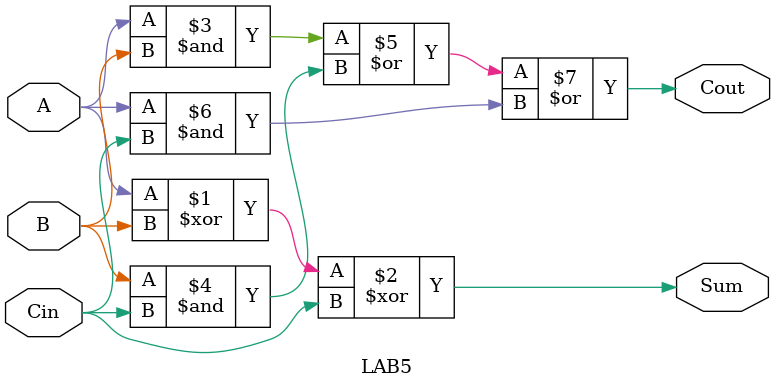
<source format=v>
module LAB5 (
    input A,      //addend
    input B,      //augend
    input Cin,    //carry on
    output Sum,   //sum
    output Cout   //carry on output
);
    assign Sum = A ^ B ^ Cin;  
    assign Cout = (A & B) | (B & Cin) | (A & Cin); 
endmodule

</source>
